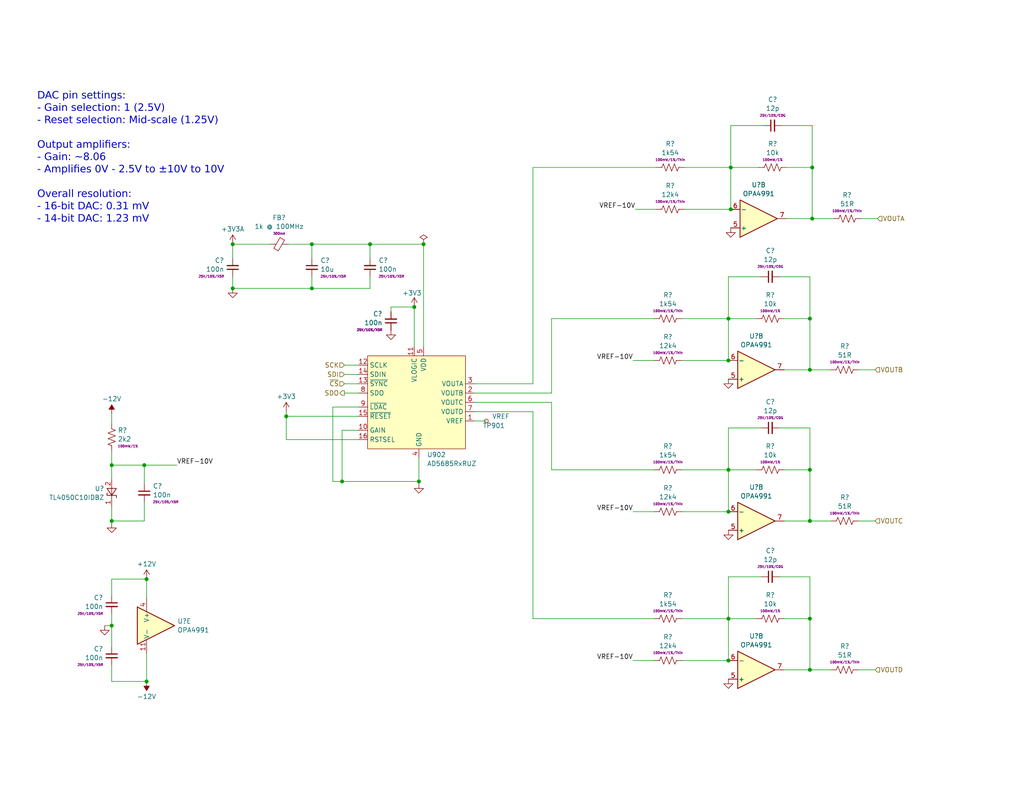
<source format=kicad_sch>
(kicad_sch (version 20230121) (generator eeschema)
  (paper "USLetter")
  (title_block (title "Hubble Motherboard") (date "2021-11-20") (rev "v3") (company "Winterbloom") (comment 1 "Alethea Flowers") (comment 2 "CERN-OHL-P V2") (comment 3 "hubble.wntr.dev"))
  (lib_symbols
    (symbol "Connector:TestPoint_Small" (pin_numbers hide) (pin_names (offset 0.762) hide)
      (property "Reference" "TP" (at 0 3.81 0))
      (property "Value" "TestPoint_Small" (at 0 2.032 0))
      (symbol "TestPoint_Small_0_1"
        (circle (center 0 0) (radius 0.508))
      )
      (symbol "TestPoint_Small_1_1"
        (pin passive line (at 0 0 90) (length 0) (name "1") (number "1"))
      )
    )
    (symbol "Device:C_Small" (pin_numbers hide) (pin_names (offset 0.254) hide)
      (property "Reference" "C" (at 0.254 1.778 0))
      (property "Value" "C_Small" (at 0.254 -2.032 0))
      (symbol "C_Small_0_1"
        (polyline (pts (xy -1.524 -0.508) (xy 1.524 -0.508)) (stroke (width 0.3302)))
        (polyline (pts (xy -1.524 0.508) (xy 1.524 0.508)) (stroke (width 0.3048)))
      )
      (symbol "C_Small_1_1"
        (pin passive line (at 0 2.54 270) (length 2.032) (name "~") (number "1"))
        (pin passive line (at 0 -2.54 90) (length 2.032) (name "~") (number "2"))
      )
    )
    (symbol "Device:FerriteBead_Small" (pin_numbers hide) (pin_names (offset 0))
      (property "Reference" "FB" (at 1.905 1.27 0))
      (property "Value" "FerriteBead_Small" (at 1.905 -1.27 0))
      (symbol "FerriteBead_Small_0_1"
        (polyline (pts (xy 0 -1.27) (xy 0 -0.7874)))
        (polyline (pts (xy 0 0.889) (xy 0 1.2954)))
        (polyline (pts (xy -1.8288 0.2794) (xy -1.1176 1.4986) (xy 1.8288 -0.2032) (xy 1.1176 -1.4224) (xy -1.8288 0.2794)))
      )
      (symbol "FerriteBead_Small_1_1"
        (pin passive line (at 0 2.54 270) (length 1.27) (name "~") (number "1"))
        (pin passive line (at 0 -2.54 90) (length 1.27) (name "~") (number "2"))
      )
    )
    (symbol "Device:R_US" (pin_numbers hide) (pin_names (offset 0))
      (property "Reference" "R" (at 2.54 0 90))
      (property "Value" "R_US" (at -2.54 0 90))
      (symbol "R_US_0_1"
        (polyline (pts (xy 0 -2.286) (xy 0 -2.54)))
        (polyline (pts (xy 0 2.286) (xy 0 2.54)))
        (polyline (pts (xy 0 -0.762) (xy 1.016 -1.143) (xy 0 -1.524) (xy -1.016 -1.905) (xy 0 -2.286)))
        (polyline (pts (xy 0 0.762) (xy 1.016 0.381) (xy 0 0) (xy -1.016 -0.381) (xy 0 -0.762)))
        (polyline (pts (xy 0 2.286) (xy 1.016 1.905) (xy 0 1.524) (xy -1.016 1.143) (xy 0 0.762)))
      )
      (symbol "R_US_1_1"
        (pin passive line (at 0 3.81 270) (length 1.27) (name "~") (number "1"))
        (pin passive line (at 0 -3.81 90) (length 1.27) (name "~") (number "2"))
      )
    )
    (symbol "hubble:+3V3A" (power) (pin_names (offset 0))
      (property "Value" "+3V3A" (at 0 4.1331 0))
      (symbol "+3V3A_0_1"
        (polyline (pts (xy -0.762 1.27) (xy 0 2.54)))
        (polyline (pts (xy 0 0) (xy 0 2.54)))
        (polyline (pts (xy 0 2.54) (xy 0.762 1.27)))
      )
      (symbol "+3V3A_1_1"
        (pin power_in line (at 0 0 90) (length 0) hide (name "+3V3A") (number "1"))
      )
    )
    (symbol "power:+12V" (power) (pin_names (offset 0))
      (property "Value" "+12V" (at 0 3.556 0))
      (symbol "+12V_0_1"
        (polyline (pts (xy -0.762 1.27) (xy 0 2.54)))
        (polyline (pts (xy 0 0) (xy 0 2.54)))
        (polyline (pts (xy 0 2.54) (xy 0.762 1.27)))
      )
      (symbol "+12V_1_1"
        (pin power_in line (at 0 0 90) (length 0) hide (name "+12V") (number "1"))
      )
    )
    (symbol "power:+3V3" (power) (pin_names (offset 0))
      (property "Value" "+3V3" (at 0 3.556 0))
      (symbol "+3V3_0_1"
        (polyline (pts (xy -0.762 1.27) (xy 0 2.54)))
        (polyline (pts (xy 0 0) (xy 0 2.54)))
        (polyline (pts (xy 0 2.54) (xy 0.762 1.27)))
      )
      (symbol "+3V3_1_1"
        (pin power_in line (at 0 0 90) (length 0) hide (name "+3V3") (number "1"))
      )
    )
    (symbol "power:-12V" (power) (pin_names (offset 0))
      (property "Value" "-12V" (at 0 3.81 0))
      (symbol "-12V_0_0"
        (pin power_in line (at 0 0 90) (length 0) hide (name "-12V") (number "1"))
      )
      (symbol "-12V_0_1"
        (polyline (pts (xy 0 0) (xy 0 1.27) (xy 0.762 1.27) (xy 0 2.54) (xy -0.762 1.27) (xy 0 1.27)) (fill (type outline)))
      )
    )
    (symbol "power:GND" (power) (pin_names (offset 0))
      (property "Value" "GND" (at 0 -3.81 0))
      (symbol "GND_0_1"
        (polyline (pts (xy 0 0) (xy 0 -1.27) (xy 1.27 -1.27) (xy 0 -2.54) (xy -1.27 -1.27) (xy 0 -1.27)))
      )
      (symbol "GND_1_1"
        (pin power_in line (at 0 0 270) (length 0) hide (name "GND") (number "1"))
      )
    )
    (symbol "power:PWR_FLAG" (power) (pin_numbers hide) (pin_names (offset 0) hide)
      (property "Value" "PWR_FLAG" (at 0 3.81 0))
      (symbol "PWR_FLAG_0_0"
        (pin power_out line (at 0 0 90) (length 0) (name "pwr") (number "1"))
      )
      (symbol "PWR_FLAG_0_1"
        (polyline (pts (xy 0 0) (xy 0 1.27) (xy -1.016 1.905) (xy 0 2.54) (xy 1.016 1.905) (xy 0 1.27)))
      )
    )
    (symbol "winterbloom:AD5686RxRUZ"
      (property "Reference" "U" (at -13.97 13.97 0))
      (property "Value" "AD5685RxRUZ" (at 2.54 -13.97 0))
      (symbol "AD5686RxRUZ_0_0"
        (rectangle (start -13.97 -12.7) (end 12.7 12.7) (fill (type background)))
      )
      (symbol "AD5686RxRUZ_1_1"
        (pin bidirectional line (at 15.24 -5.08 180) (length 2.54) (name "VREF") (number "1"))
        (pin input line (at -16.51 -7.62 0) (length 2.54) (name "GAIN") (number "10"))
        (pin power_in line (at -1.27 15.24 270) (length 2.54) (name "VLOGIC") (number "11"))
        (pin input line (at -16.51 10.16 0) (length 2.54) (name "SCLK") (number "12"))
        (pin input line (at -16.51 5.08 0) (length 2.54) (name "~{SYNC}") (number "13"))
        (pin input line (at -16.51 7.62 0) (length 2.54) (name "SDIN") (number "14"))
        (pin input line (at -16.51 -3.81 0) (length 2.54) (name "~{RESET}") (number "15"))
        (pin input line (at -16.51 -10.16 0) (length 2.54) (name "RSTSEL") (number "16"))
        (pin output line (at 15.24 2.54 180) (length 2.54) (name "VOUTB") (number "2"))
        (pin output line (at 15.24 5.08 180) (length 2.54) (name "VOUTA") (number "3"))
        (pin power_in line (at 0 -15.24 90) (length 2.54) (name "GND") (number "4"))
        (pin power_in line (at 1.27 15.24 270) (length 2.54) (name "VDD") (number "5"))
        (pin output line (at 15.24 0 180) (length 2.54) (name "VOUTC") (number "6"))
        (pin output line (at 15.24 -2.54 180) (length 2.54) (name "VOUTD") (number "7"))
        (pin output line (at -16.51 2.54 0) (length 2.54) (name "SDO") (number "8"))
        (pin input line (at -16.51 -1.27 0) (length 2.54) (name "~{LDAC}") (number "9"))
      )
    )
    (symbol "winterbloom:LM4040DBZ-10" (pin_names (offset 0.0254) hide)
      (property "Reference" "U1" (at -2.54 1.27 90))
      (property "Value" "LM4040DBZ-10" (at -2.54 -1.27 90))
      (symbol "LM4040DBZ-10_0_0"
        (pin no_connect line (at 0 0 270) (length 2.54) hide (name "NC") (number "3"))
      )
      (symbol "LM4040DBZ-10_0_1"
        (polyline (pts (xy -1.27 0) (xy 0 0) (xy 1.27 0)))
        (polyline (pts (xy -1.27 -1.27) (xy 0.635 0) (xy -1.27 1.27) (xy -1.27 -1.27)) (stroke (width 0.2032)))
        (polyline (pts (xy 0 -1.27) (xy 0.635 -1.27) (xy 0.635 1.27) (xy 1.27 1.27)) (stroke (width 0.2032)))
      )
      (symbol "LM4040DBZ-10_1_1"
        (pin passive line (at 3.81 0 180) (length 2.54) (name "K") (number "1"))
        (pin passive line (at -3.81 0 0) (length 2.54) (name "A") (number "2"))
      )
    )
    (symbol "winterbloom:OPA4991" (pin_names (offset 0.127))
      (property "Reference" "U" (at 0.762 3.048 0))
      (property "Value" "OPA4991" (at 0.508 -3.302 0))
      (symbol "OPA4991_1_1"
        (polyline (pts (xy -5.08 5.08) (xy 5.08 0) (xy -5.08 -5.08) (xy -5.08 5.08)) (stroke (width 0.254)) (fill (type background)))
        (pin output line (at 7.62 0 180) (length 2.54) (name "~") (number "1"))
        (pin input line (at -7.62 -2.54 0) (length 2.54) (name "-") (number "2"))
        (pin input line (at -7.62 2.54 0) (length 2.54) (name "+") (number "3"))
      )
      (symbol "OPA4991_2_1"
        (polyline (pts (xy -5.08 5.08) (xy 5.08 0) (xy -5.08 -5.08) (xy -5.08 5.08)) (stroke (width 0.254)) (fill (type background)))
        (pin input line (at -7.62 2.54 0) (length 2.54) (name "+") (number "5"))
        (pin input line (at -7.62 -2.54 0) (length 2.54) (name "-") (number "6"))
        (pin output line (at 7.62 0 180) (length 2.54) (name "~") (number "7"))
      )
      (symbol "OPA4991_3_1"
        (polyline (pts (xy -5.08 5.08) (xy 5.08 0) (xy -5.08 -5.08) (xy -5.08 5.08)) (stroke (width 0.254)) (fill (type background)))
        (pin input line (at -7.62 2.54 0) (length 2.54) (name "+") (number "10"))
        (pin output line (at 7.62 0 180) (length 2.54) (name "~") (number "8"))
        (pin input line (at -7.62 -2.54 0) (length 2.54) (name "-") (number "9"))
      )
      (symbol "OPA4991_4_1"
        (polyline (pts (xy -5.08 5.08) (xy 5.08 0) (xy -5.08 -5.08) (xy -5.08 5.08)) (stroke (width 0.254)) (fill (type background)))
        (pin input line (at -7.62 2.54 0) (length 2.54) (name "+") (number "12"))
        (pin input line (at -7.62 -2.54 0) (length 2.54) (name "-") (number "13"))
        (pin output line (at 7.62 0 180) (length 2.54) (name "~") (number "14"))
      )
      (symbol "OPA4991_5_1"
        (polyline (pts (xy -5.08 5.08) (xy 5.08 0) (xy -5.08 -5.08) (xy -5.08 5.08)) (stroke (width 0.254)) (fill (type background)))
        (pin power_in line (at -2.54 -7.62 90) (length 3.81) (name "V-") (number "11"))
        (pin power_in line (at -2.54 7.62 270) (length 3.81) (name "V+") (number "4"))
      )
    )
  )
  (junction (at 40.005 158.115))
  (junction (at 63.5 78.74))
  (junction (at 198.755 128.27))
  (junction (at 198.755 139.7))
  (junction (at 199.39 45.72))
  (junction (at 30.48 170.815))
  (junction (at 85.09 66.675))
  (junction (at 220.98 128.27))
  (junction (at 63.5 66.675))
  (junction (at 220.98 168.91))
  (junction (at 39.37 127))
  (junction (at 220.98 142.24))
  (junction (at 198.755 168.91))
  (junction (at 221.615 45.72))
  (junction (at 85.09 78.74))
  (junction (at 220.98 100.965))
  (junction (at 220.98 182.88))
  (junction (at 199.39 57.15))
  (junction (at 115.57 66.675))
  (junction (at 40.005 186.055))
  (junction (at 220.98 86.995))
  (junction (at 198.755 180.34))
  (junction (at 221.615 59.69))
  (junction (at 114.3 131.445))
  (junction (at 100.965 66.675))
  (junction (at 78.105 113.665))
  (junction (at 113.03 83.82))
  (junction (at 30.48 142.24))
  (junction (at 198.755 86.995))
  (junction (at 93.345 131.445))
  (junction (at 198.755 98.425))
  (junction (at 30.48 127))
  (wire (pts (xy 78.105 120.015) (xy 97.79 120.015)))
  (wire (pts (xy 186.055 86.995) (xy 198.755 86.995)))
  (wire (pts (xy 30.48 158.115) (xy 40.005 158.115)))
  (wire (pts (xy 90.805 131.445) (xy 93.345 131.445)))
  (wire (pts (xy 97.79 111.125) (xy 90.805 111.125)))
  (wire (pts (xy 30.48 113.03) (xy 30.48 115.57)))
  (wire (pts (xy 28.575 170.815) (xy 30.48 170.815)))
  (wire (pts (xy 115.57 66.675) (xy 115.57 94.615)))
  (wire (pts (xy 220.98 128.27) (xy 213.995 128.27)))
  (wire (pts (xy 63.5 66.675) (xy 63.5 70.485)))
  (wire (pts (xy 186.055 168.91) (xy 198.755 168.91)))
  (wire (pts (xy 199.39 45.72) (xy 199.39 57.15)))
  (wire (pts (xy 207.645 75.565) (xy 198.755 75.565)))
  (wire (pts (xy 173.355 57.15) (xy 179.07 57.15)))
  (wire (pts (xy 63.5 66.675) (xy 73.66 66.675)))
  (wire (pts (xy 220.98 142.24) (xy 213.995 142.24)))
  (wire (pts (xy 198.755 128.27) (xy 198.755 139.7)))
  (wire (pts (xy 221.615 59.69) (xy 214.63 59.69)))
  (wire (pts (xy 221.615 45.72) (xy 214.63 45.72)))
  (wire (pts (xy 198.755 168.91) (xy 198.755 180.34)))
  (wire (pts (xy 132.715 114.935) (xy 129.54 114.935)))
  (wire (pts (xy 78.74 66.675) (xy 85.09 66.675)))
  (wire (pts (xy 198.755 168.91) (xy 206.375 168.91)))
  (wire (pts (xy 186.055 98.425) (xy 198.755 98.425)))
  (wire (pts (xy 30.48 142.875) (xy 30.48 142.24)))
  (wire (pts (xy 90.805 111.125) (xy 90.805 131.445)))
  (wire (pts (xy 150.495 107.315) (xy 150.495 86.995)))
  (wire (pts (xy 220.98 100.965) (xy 213.995 100.965)))
  (wire (pts (xy 220.98 182.88) (xy 226.695 182.88)))
  (wire (pts (xy 145.415 45.72) (xy 179.07 45.72)))
  (wire (pts (xy 100.965 75.565) (xy 100.965 78.74)))
  (wire (pts (xy 93.98 107.315) (xy 97.79 107.315)))
  (wire (pts (xy 198.755 75.565) (xy 198.755 86.995)))
  (wire (pts (xy 199.39 45.72) (xy 207.01 45.72)))
  (wire (pts (xy 129.54 112.395) (xy 145.415 112.395)))
  (wire (pts (xy 40.005 158.115) (xy 40.005 163.195)))
  (wire (pts (xy 129.54 104.775) (xy 145.415 104.775)))
  (wire (pts (xy 93.345 131.445) (xy 114.3 131.445)))
  (wire (pts (xy 30.48 127) (xy 30.48 130.81)))
  (wire (pts (xy 85.09 75.565) (xy 85.09 78.74)))
  (wire (pts (xy 114.3 132.08) (xy 114.3 131.445)))
  (wire (pts (xy 220.98 100.965) (xy 226.695 100.965)))
  (wire (pts (xy 30.48 176.53) (xy 30.48 170.815)))
  (wire (pts (xy 78.105 113.665) (xy 78.105 120.015)))
  (wire (pts (xy 85.09 66.675) (xy 100.965 66.675)))
  (wire (pts (xy 145.415 168.91) (xy 178.435 168.91)))
  (wire (pts (xy 186.055 139.7) (xy 198.755 139.7)))
  (wire (pts (xy 93.98 102.235) (xy 97.79 102.235)))
  (wire (pts (xy 93.98 99.695) (xy 97.79 99.695)))
  (wire (pts (xy 30.48 123.19) (xy 30.48 127)))
  (wire (pts (xy 186.69 57.15) (xy 199.39 57.15)))
  (wire (pts (xy 150.495 86.995) (xy 178.435 86.995)))
  (wire (pts (xy 220.98 182.88) (xy 213.995 182.88)))
  (wire (pts (xy 129.54 109.855) (xy 150.495 109.855)))
  (wire (pts (xy 220.98 142.24) (xy 226.695 142.24)))
  (wire (pts (xy 30.48 162.56) (xy 30.48 158.115)))
  (wire (pts (xy 186.055 180.34) (xy 198.755 180.34)))
  (wire (pts (xy 212.725 116.84) (xy 220.98 116.84)))
  (wire (pts (xy 145.415 112.395) (xy 145.415 168.91)))
  (wire (pts (xy 114.3 131.445) (xy 114.3 125.095)))
  (wire (pts (xy 78.105 112.395) (xy 78.105 113.665)))
  (wire (pts (xy 234.315 100.965) (xy 238.76 100.965)))
  (wire (pts (xy 30.48 186.055) (xy 40.005 186.055)))
  (wire (pts (xy 234.315 142.24) (xy 238.76 142.24)))
  (wire (pts (xy 100.965 66.675) (xy 115.57 66.675)))
  (wire (pts (xy 93.98 104.775) (xy 97.79 104.775)))
  (wire (pts (xy 198.755 116.84) (xy 198.755 128.27)))
  (wire (pts (xy 213.36 34.29) (xy 221.615 34.29)))
  (wire (pts (xy 198.755 86.995) (xy 198.755 98.425)))
  (wire (pts (xy 63.5 75.565) (xy 63.5 78.74)))
  (wire (pts (xy 198.755 157.48) (xy 198.755 168.91)))
  (wire (pts (xy 186.055 128.27) (xy 198.755 128.27)))
  (wire (pts (xy 198.755 128.27) (xy 206.375 128.27)))
  (wire (pts (xy 220.98 75.565) (xy 220.98 86.995)))
  (wire (pts (xy 207.645 116.84) (xy 198.755 116.84)))
  (wire (pts (xy 208.28 34.29) (xy 199.39 34.29)))
  (wire (pts (xy 198.755 86.995) (xy 206.375 86.995)))
  (wire (pts (xy 40.005 178.435) (xy 40.005 186.055)))
  (wire (pts (xy 93.345 117.475) (xy 93.345 131.445)))
  (wire (pts (xy 30.48 181.61) (xy 30.48 186.055)))
  (wire (pts (xy 145.415 104.775) (xy 145.415 45.72)))
  (wire (pts (xy 39.37 127) (xy 39.37 132.08)))
  (wire (pts (xy 106.68 85.09) (xy 106.68 83.82)))
  (wire (pts (xy 172.72 180.34) (xy 178.435 180.34)))
  (wire (pts (xy 100.965 78.74) (xy 85.09 78.74)))
  (wire (pts (xy 212.725 75.565) (xy 220.98 75.565)))
  (wire (pts (xy 221.615 59.69) (xy 227.33 59.69)))
  (wire (pts (xy 220.98 128.27) (xy 220.98 142.24)))
  (wire (pts (xy 100.965 66.675) (xy 100.965 70.485)))
  (wire (pts (xy 220.98 168.91) (xy 220.98 182.88)))
  (wire (pts (xy 150.495 128.27) (xy 178.435 128.27)))
  (wire (pts (xy 78.105 113.665) (xy 97.79 113.665)))
  (wire (pts (xy 220.98 116.84) (xy 220.98 128.27)))
  (wire (pts (xy 129.54 107.315) (xy 150.495 107.315)))
  (wire (pts (xy 221.615 45.72) (xy 221.615 59.69)))
  (wire (pts (xy 221.615 34.29) (xy 221.615 45.72)))
  (wire (pts (xy 113.03 83.82) (xy 113.03 94.615)))
  (wire (pts (xy 220.98 86.995) (xy 220.98 100.965)))
  (wire (pts (xy 30.48 127) (xy 39.37 127)))
  (wire (pts (xy 186.69 45.72) (xy 199.39 45.72)))
  (wire (pts (xy 63.5 78.74) (xy 85.09 78.74)))
  (wire (pts (xy 97.79 117.475) (xy 93.345 117.475)))
  (wire (pts (xy 207.645 157.48) (xy 198.755 157.48)))
  (wire (pts (xy 220.98 168.91) (xy 213.995 168.91)))
  (wire (pts (xy 150.495 109.855) (xy 150.495 128.27)))
  (wire (pts (xy 172.72 139.7) (xy 178.435 139.7)))
  (wire (pts (xy 172.72 98.425) (xy 178.435 98.425)))
  (wire (pts (xy 30.48 167.64) (xy 30.48 170.815)))
  (wire (pts (xy 220.98 86.995) (xy 213.995 86.995)))
  (wire (pts (xy 220.98 157.48) (xy 220.98 168.91)))
  (wire (pts (xy 234.315 182.88) (xy 238.76 182.88)))
  (wire (pts (xy 39.37 127) (xy 48.26 127)))
  (wire (pts (xy 106.68 83.82) (xy 113.03 83.82)))
  (wire (pts (xy 212.725 157.48) (xy 220.98 157.48)))
  (wire (pts (xy 85.09 66.675) (xy 85.09 70.485)))
  (wire (pts (xy 234.95 59.69) (xy 239.395 59.69)))
  (wire (pts (xy 30.48 138.43) (xy 30.48 142.24)))
  (wire (pts (xy 199.39 34.29) (xy 199.39 45.72)))
  (wire (pts (xy 39.37 142.24) (xy 30.48 142.24)))
  (wire (pts (xy 39.37 137.16) (xy 39.37 142.24)))
  (text "DAC pin settings:\n- Gain selection: 1 (2.5V)\n- Reset selection: Mid-scale (1.25V)\n\nOutput amplifiers:\n- Gain: ~8.06\n- Amplifies 0V - 2.5V to ±10V to 10V\n\nOverall resolution:\n- 16-bit DAC: 0.31 mV\n- 14-bit DAC: 1.23 mV\n" (at 10.16 61.595 0) (effects (font (size 2 2)) (justify left bottom)))
  (label "VREF-10V" (at 172.72 98.425 180))
  (label "VREF-10V" (at 173.355 57.15 180))
  (label "VREF-10V" (at 172.72 139.7 180))
  (label "VREF-10V" (at 48.26 127 0))
  (label "VREF-10V" (at 172.72 180.34 180))
  (hierarchical_label "SDI" (shape input) (at 93.98 102.235 180))
  (hierarchical_label "VOUTA" (shape input) (at 239.395 59.69 0))
  (hierarchical_label "SCK" (shape input) (at 93.98 99.695 180))
  (hierarchical_label "~{CS}" (shape input) (at 93.98 104.775 180))
  (hierarchical_label "VOUTD" (shape input) (at 238.76 182.88 0))
  (hierarchical_label "VOUTB" (shape input) (at 238.76 100.965 0))
  (hierarchical_label "SDO" (shape output) (at 93.98 107.315 180))
  (hierarchical_label "VOUTC" (shape input) (at 238.76 142.24 0))
  (symbol (lib_id "power:+3V3") (at 113.03 83.82 0) (unit 1)
    (property "Reference" "#PWR0904" (effects hide))
    (property "Value" "+3V3" (at 112.395 80.01 0))
    (instances (project "hubble" (path "" (reference "#PWR0904") (unit 1)) (path "" (reference "#PWR01004") (unit 1)) (path "" (reference "#PWR01104") (unit 1)) (path "" (reference "#PWR?") (unit 1))))
  )
  (symbol (lib_id "Device:R_US") (at 182.245 128.27 270) (unit 1)
    (property "Reference" "R?" (at 182.245 121.8261 90))
    (property "Value" "1k54" (at 182.245 124.2503 90))
    (property "Footprint" "winterbloom:R_0603_HandSolder" (effects hide))
    (property "Rating" "100mW/1%/Thin" (at 182.245 126.1677 90) (effects (font (size 0.64 0.64))))
    (instances (project "board" (path "" (reference "R?") (unit 1)) (path "" (reference "R?") (unit 1))) (project "hubble" (path "" (reference "R905") (unit 1)) (path "" (reference "R1005") (unit 1)) (path "" (reference "R1105") (unit 1)) (path "" (reference "R?") (unit 1))))
  )
  (symbol (lib_id "Device:R_US") (at 210.185 86.995 270) (unit 1)
    (property "Reference" "R?" (at 210.185 80.5511 90))
    (property "Value" "10k" (at 210.185 82.9753 90))
    (property "Footprint" "winterbloom:R_0603_HandSolder" (effects hide))
    (property "Rating" "100mW/1%" (at 210.185 84.8927 90) (effects (font (size 0.64 0.64))))
    (instances (project "board" (path "" (reference "R?") (unit 1)) (path "" (reference "R?") (unit 1))) (project "hubble" (path "" (reference "R915") (unit 1)) (path "" (reference "R1015") (unit 1)) (path "" (reference "R1115") (unit 1)) (path "" (reference "R?") (unit 1))))
  )
  (symbol (lib_id "Device:R_US") (at 182.245 180.34 270) (unit 1)
    (property "Reference" "R?" (at 182.245 173.8961 90))
    (property "Value" "12k4" (at 182.245 176.3203 90))
    (property "Footprint" "winterbloom:R_0603_HandSolder" (effects hide))
    (property "Rating" "100mW/1%/Thin" (at 182.245 178.2377 90) (effects (font (size 0.64 0.64))))
    (instances (project "board" (path "" (reference "R?") (unit 1)) (path "" (reference "R?") (unit 1))) (project "hubble" (path "" (reference "R903") (unit 1)) (path "" (reference "R1003") (unit 1)) (path "" (reference "R1103") (unit 1)) (path "" (reference "R?") (unit 1))))
  )
  (symbol (lib_id "Device:R_US") (at 231.14 59.69 270) (unit 1)
    (property "Reference" "R?" (at 231.14 53.2461 90))
    (property "Value" "51R" (at 231.14 55.6703 90))
    (property "Footprint" "winterbloom:R_0603_HandSolder" (effects hide))
    (property "Rating" "100mW/1%/Thin" (at 231.14 57.5877 90) (effects (font (size 0.64 0.64))))
    (instances (project "board" (path "" (reference "R?") (unit 1)) (path "" (reference "R?") (unit 1))) (project "hubble" (path "" (reference "R913") (unit 1)) (path "" (reference "R1013") (unit 1)) (path "" (reference "R1113") (unit 1)) (path "" (reference "R?") (unit 1))))
  )
  (symbol (lib_id "Device:C_Small") (at 100.965 73.025 0) (mirror x) (unit 1)
    (property "Reference" "C?" (at 103.2891 71.1012 0) (effects (justify left)))
    (property "Value" "100n" (at 103.2891 73.5254 0) (effects (justify left)))
    (property "Footprint" "winterbloom:C_0603_HandSolder" (effects hide))
    (property "Notes" "Bypass" (effects hide))
    (property "Rating" "25V/10%/X5R" (at 103.2891 75.4428 0) (effects (font (size 0.64 0.64)) (justify left)))
    (instances (project "board" (path "" (reference "C?") (unit 1))) (project "mainboard" (path "" (reference "C?") (unit 1))) (project "VCA" (path "" (reference "C?") (unit 1)) (path "" (reference "C?") (unit 1))) (project "hubble" (path "" (reference "C904") (unit 1)) (path "" (reference "C1004") (unit 1)) (path "" (reference "C1104") (unit 1)) (path "" (reference "C?") (unit 1))))
  )
  (symbol (lib_id "Device:R_US") (at 30.48 119.38 0) (unit 1)
    (property "Reference" "R?" (at 32.131 117.4626 0) (effects (justify left)))
    (property "Value" "2k2" (at 32.131 119.8868 0) (effects (justify left)))
    (property "Footprint" "winterbloom:R_0603_HandSolder" (effects hide))
    (property "Rating" "100mW/1%" (at 32.131 121.8042 0) (effects (font (size 0.64 0.64)) (justify left)))
    (instances (project "mainboard" (path "" (reference "R?") (unit 1))) (project "hubble" (path "" (reference "R909") (unit 1)) (path "" (reference "R1009") (unit 1)) (path "" (reference "R1109") (unit 1)) (path "" (reference "R?") (unit 1))))
  )
  (symbol (lib_id "Device:R_US") (at 182.245 86.995 270) (unit 1)
    (property "Reference" "R?" (at 182.245 80.5511 90))
    (property "Value" "1k54" (at 182.245 82.9753 90))
    (property "Footprint" "winterbloom:R_0603_HandSolder" (effects hide))
    (property "Rating" "100mW/1%/Thin" (at 182.245 84.8927 90) (effects (font (size 0.64 0.64))))
    (instances (project "board" (path "" (reference "R?") (unit 1)) (path "" (reference "R?") (unit 1))) (project "hubble" (path "" (reference "R914") (unit 1)) (path "" (reference "R1014") (unit 1)) (path "" (reference "R1114") (unit 1)) (path "" (reference "R?") (unit 1))))
  )
  (symbol (lib_id "Device:R_US") (at 182.88 45.72 270) (unit 1)
    (property "Reference" "R?" (at 182.88 39.2761 90))
    (property "Value" "1k54" (at 182.88 41.7003 90))
    (property "Footprint" "winterbloom:R_0603_HandSolder" (effects hide))
    (property "Rating" "100mW/1%/Thin" (at 182.88 43.6177 90) (effects (font (size 0.64 0.64))))
    (instances (project "board" (path "" (reference "R?") (unit 1)) (path "" (reference "R?") (unit 1))) (project "hubble" (path "" (reference "R910") (unit 1)) (path "" (reference "R1010") (unit 1)) (path "" (reference "R1110") (unit 1)) (path "" (reference "R?") (unit 1))))
  )
  (symbol (lib_id "Device:R_US") (at 182.245 139.7 270) (unit 1)
    (property "Reference" "R?" (at 182.245 133.2561 90))
    (property "Value" "12k4" (at 182.245 135.6803 90))
    (property "Footprint" "winterbloom:R_0603_HandSolder" (effects hide))
    (property "Rating" "100mW/1%/Thin" (at 182.245 137.5977 90) (effects (font (size 0.64 0.64))))
    (instances (project "board" (path "" (reference "R?") (unit 1)) (path "" (reference "R?") (unit 1))) (project "hubble" (path "" (reference "R907") (unit 1)) (path "" (reference "R1007") (unit 1)) (path "" (reference "R1107") (unit 1)) (path "" (reference "R?") (unit 1))))
  )
  (symbol (lib_id "Device:R_US") (at 230.505 100.965 270) (unit 1)
    (property "Reference" "R?" (at 230.505 94.5211 90))
    (property "Value" "51R" (at 230.505 96.9453 90))
    (property "Footprint" "winterbloom:R_0603_HandSolder" (effects hide))
    (property "Rating" "100mW/1%/Thin" (at 230.505 98.8627 90) (effects (font (size 0.64 0.64))))
    (instances (project "board" (path "" (reference "R?") (unit 1)) (path "" (reference "R?") (unit 1))) (project "hubble" (path "" (reference "R917") (unit 1)) (path "" (reference "R1017") (unit 1)) (path "" (reference "R1117") (unit 1)) (path "" (reference "R?") (unit 1))))
  )
  (symbol (lib_id "Device:R_US") (at 182.88 57.15 270) (unit 1)
    (property "Reference" "R?" (at 182.88 50.7061 90))
    (property "Value" "12k4" (at 182.88 53.1303 90))
    (property "Footprint" "winterbloom:R_0603_HandSolder" (effects hide))
    (property "Rating" "100mW/1%/Thin" (at 182.88 55.0477 90) (effects (font (size 0.64 0.64))))
    (instances (project "board" (path "" (reference "R?") (unit 1)) (path "" (reference "R?") (unit 1))) (project "hubble" (path "" (reference "R912") (unit 1)) (path "" (reference "R1012") (unit 1)) (path "" (reference "R1112") (unit 1)) (path "" (reference "R?") (unit 1))))
  )
  (symbol (lib_id "power:PWR_FLAG") (at 115.57 66.675 0) (unit 1)
    (property "Reference" "#FLG0901" (effects hide))
    (property "Value" "PWR_FLAG" (effects hide))
    (instances (project "hubble" (path "" (reference "#FLG0901") (unit 1)) (path "" (reference "#FLG01001") (unit 1)) (path "" (reference "#FLG01101") (unit 1))))
  )
  (symbol (lib_id "winterbloom:AD5686RxRUZ") (at 114.3 109.855 0) (unit 1)
    (property "Reference" "U902" (at 116.4941 124.1481 0) (effects (justify left)))
    (property "Value" "AD5685RxRUZ" (at 116.4941 126.5723 0) (effects (justify left)))
    (property "Footprint" "Package_SO:TSSOP-16_4.4x5mm_P0.65mm" (effects hide))
    (property "Datasheet" "https://www.analog.com/media/en/technical-documentation/data-sheets/ad5686r_5685r_5684r.pdf" (effects hide))
    (property "MPN" "AD5686ARUZ, AD5686BRUZ" (effects hide))
    (instances (project "hubble" (path "" (reference "U902") (unit 1)) (path "" (reference "U1002") (unit 1)) (path "" (reference "U1102") (unit 1)) (path "" (reference "U?") (unit 1))))
  )
  (symbol (lib_id "Device:R_US") (at 210.185 168.91 270) (unit 1)
    (property "Reference" "R?" (at 210.185 162.4661 90))
    (property "Value" "10k" (at 210.185 164.8903 90))
    (property "Footprint" "winterbloom:R_0603_HandSolder" (effects hide))
    (property "Rating" "100mW/1%" (at 210.185 166.8077 90) (effects (font (size 0.64 0.64))))
    (instances (project "board" (path "" (reference "R?") (unit 1)) (path "" (reference "R?") (unit 1))) (project "hubble" (path "" (reference "R902") (unit 1)) (path "" (reference "R1002") (unit 1)) (path "" (reference "R1102") (unit 1)) (path "" (reference "R?") (unit 1))))
  )
  (symbol (lib_id "power:GND") (at 198.755 185.42 0) (unit 1)
    (property "Reference" "#PWR0901" (effects hide))
    (property "Value" "GND" (effects hide))
    (instances (project "hubble" (path "" (reference "#PWR0901") (unit 1)) (path "" (reference "#PWR01001") (unit 1)) (path "" (reference "#PWR01101") (unit 1)) (path "" (reference "#PWR?") (unit 1))))
  )
  (symbol (lib_id "power:GND") (at 28.575 170.815 0) (unit 1)
    (property "Reference" "#PWR?" (effects hide))
    (property "Value" "GND" (effects hide))
    (instances (project "board" (path "" (reference "#PWR?") (unit 1)) (path "" (reference "#PWR?") (unit 1))) (project "hubble" (path "" (reference "#PWR0912") (unit 1)) (path "" (reference "#PWR01012") (unit 1)) (path "" (reference "#PWR01112") (unit 1)) (path "" (reference "#PWR?") (unit 1))))
  )
  (symbol (lib_id "Device:C_Small") (at 210.82 34.29 90) (unit 1)
    (property "Reference" "C?" (at 210.8263 27.173 90))
    (property "Value" "12p" (at 210.8263 29.5972 90))
    (property "Footprint" "winterbloom:C_0603_HandSolder" (effects hide))
    (property "Notes" "Audio path" (effects hide))
    (property "Rating" "25V/10%/C0G" (at 210.8263 31.5146 90) (effects (font (size 0.64 0.64))))
    (property "MPN" "CC0603JPNPO9BN120" (effects hide))
    (instances (project "board" (path "" (reference "C?") (unit 1)) (path "" (reference "C?") (unit 1))) (project "hubble" (path "" (reference "C906") (unit 1)) (path "" (reference "C1006") (unit 1)) (path "" (reference "C1106") (unit 1)) (path "" (reference "C?") (unit 1))))
  )
  (symbol (lib_id "Device:C_Small") (at 30.48 179.07 0) (unit 1)
    (property "Reference" "C?" (at 28.1559 177.1589 0) (effects (justify right)))
    (property "Value" "100n" (at 28.1559 179.5831 0) (effects (justify right)))
    (property "Footprint" "winterbloom:C_0603_HandSolder" (effects hide))
    (property "Notes" "Bypass" (effects hide))
    (property "Rating" "25V/10%/X5R" (at 28.1559 181.5005 0) (effects (font (size 0.64 0.64)) (justify right)))
    (instances (project "board" (path "" (reference "C?") (unit 1)) (path "" (reference "C?") (unit 1))) (project "hubble" (path "" (reference "C910") (unit 1)) (path "" (reference "C1010") (unit 1)) (path "" (reference "C1110") (unit 1)) (path "" (reference "C?") (unit 1))))
  )
  (symbol (lib_id "Device:C_Small") (at 30.48 165.1 0) (unit 1)
    (property "Reference" "C?" (at 28.1559 163.1889 0) (effects (justify right)))
    (property "Value" "100n" (at 28.1559 165.6131 0) (effects (justify right)))
    (property "Footprint" "winterbloom:C_0603_HandSolder" (effects hide))
    (property "Notes" "Bypass" (effects hide))
    (property "Rating" "25V/10%/X5R" (at 28.1559 167.5305 0) (effects (font (size 0.64 0.64)) (justify right)))
    (instances (project "board" (path "" (reference "C?") (unit 1)) (path "" (reference "C?") (unit 1))) (project "hubble" (path "" (reference "C909") (unit 1)) (path "" (reference "C1009") (unit 1)) (path "" (reference "C1109") (unit 1)) (path "" (reference "C?") (unit 1))))
  )
  (symbol (lib_id "Device:R_US") (at 182.245 168.91 270) (unit 1)
    (property "Reference" "R?" (at 182.245 162.4661 90))
    (property "Value" "1k54" (at 182.245 164.8903 90))
    (property "Footprint" "winterbloom:R_0603_HandSolder" (effects hide))
    (property "Rating" "100mW/1%/Thin" (at 182.245 166.8077 90) (effects (font (size 0.64 0.64))))
    (instances (project "board" (path "" (reference "R?") (unit 1)) (path "" (reference "R?") (unit 1))) (project "hubble" (path "" (reference "R901") (unit 1)) (path "" (reference "R1001") (unit 1)) (path "" (reference "R1101") (unit 1)) (path "" (reference "R?") (unit 1))))
  )
  (symbol (lib_id "Device:R_US") (at 230.505 182.88 270) (unit 1)
    (property "Reference" "R?" (at 230.505 176.4361 90))
    (property "Value" "51R" (at 230.505 178.8603 90))
    (property "Footprint" "winterbloom:R_0603_HandSolder" (effects hide))
    (property "Rating" "100mW/1%/Thin" (at 230.505 180.7777 90) (effects (font (size 0.64 0.64))))
    (instances (project "board" (path "" (reference "R?") (unit 1)) (path "" (reference "R?") (unit 1))) (project "hubble" (path "" (reference "R904") (unit 1)) (path "" (reference "R1004") (unit 1)) (path "" (reference "R1104") (unit 1)) (path "" (reference "R?") (unit 1))))
  )
  (symbol (lib_id "Connector:TestPoint_Small") (at 132.715 114.935 0) (unit 1)
    (property "Reference" "TP901" (at 137.795 116.205 0) (effects (justify right)))
    (property "Value" "VREF" (at 139.065 113.665 0) (effects (justify right)))
    (property "Footprint" "TestPoint:TestPoint_Pad_D1.0mm" (effects hide))
    (instances (project "hubble" (path "" (reference "TP901") (unit 1)) (path "" (reference "TP1001") (unit 1)) (path "" (reference "TP1101") (unit 1)) (path "" (reference "TP?") (unit 1))))
  )
  (symbol (lib_id "winterbloom:OPA4991") (at 206.375 142.24 0) (mirror x) (unit 2)
    (property "Reference" "U?" (at 206.375 133.0157 0))
    (property "Value" "OPA4991" (at 206.375 135.4399 0))
    (property "Footprint" "Package_SO:TSSOP-14_4.4x5mm_P0.65mm" (effects hide))
    (property "Datasheet" "https://www.ti.com/lit/ds/symlink/opa4991.pdf" (effects hide))
    (property "MPN" "OPA4991IPWR" (effects hide))
    (property "Notes" "Sub with OPA4171, OPA1679, OPA4197" (effects hide))
    (instances (project "board" (path "" (reference "U?") (unit 2)) (path "" (reference "U?") (unit 2))) (project "hubble" (path "" (reference "U901") (unit 2)) (path "" (reference "U1001") (unit 2)) (path "" (reference "U1101") (unit 2)) (path "" (reference "U?") (unit 2))))
  )
  (symbol (lib_id "winterbloom:LM4040DBZ-10") (at 30.48 134.62 270) (unit 1)
    (property "Reference" "U?" (at 28.4734 133.4079 90) (effects (justify right)))
    (property "Value" "TL4050C10IDBZ" (at 28.4734 135.8321 90) (effects (justify right)))
    (property "Footprint" "Package_TO_SOT_SMD:SOT-23" (effects hide))
    (property "Datasheet" "https://www.ti.com/lit/ds/symlink/tl4050c.pdf?HQS=dis-dk-null-digikeymode-dsf-pf-null-wwe" (effects hide))
    (property "MPN" "TL4050C10IDBZ" (effects hide))
    (instances (project "mainboard" (path "" (reference "U?") (unit 1))) (project "hubble" (path "" (reference "U903") (unit 1)) (path "" (reference "U1003") (unit 1)) (path "" (reference "U1103") (unit 1)) (path "" (reference "U?") (unit 1))))
  )
  (symbol (lib_id "winterbloom:OPA4991") (at 206.375 100.965 0) (mirror x) (unit 2)
    (property "Reference" "U?" (at 206.375 91.7407 0))
    (property "Value" "OPA4991" (at 206.375 94.1649 0))
    (property "Footprint" "Package_SO:TSSOP-14_4.4x5mm_P0.65mm" (effects hide))
    (property "Datasheet" "https://www.ti.com/lit/ds/symlink/opa4991.pdf" (effects hide))
    (property "MPN" "OPA4991IPWR" (effects hide))
    (property "Notes" "Sub with OPA4171, OPA1679, OPA4197" (effects hide))
    (instances (project "board" (path "" (reference "U?") (unit 2)) (path "" (reference "U?") (unit 2))) (project "hubble" (path "" (reference "U901") (unit 4)) (path "" (reference "U1001") (unit 4)) (path "" (reference "U1101") (unit 4)) (path "" (reference "U?") (unit 4))))
  )
  (symbol (lib_id "power:GND") (at 114.3 132.08 0) (unit 1)
    (property "Reference" "#PWR0908" (effects hide))
    (property "Value" "GND" (effects hide))
    (instances (project "hubble" (path "" (reference "#PWR0908") (unit 1)) (path "" (reference "#PWR01008") (unit 1)) (path "" (reference "#PWR01108") (unit 1)) (path "" (reference "#PWR?") (unit 1))))
  )
  (symbol (lib_id "hubble:+3V3A") (at 63.5 66.675 0) (unit 1)
    (property "Reference" "#PWR?" (effects hide))
    (property "Value" "+3V3A" (at 63.5 62.5419 0))
    (instances (project "starfish" (path "" (reference "#PWR?") (unit 1))) (project "hubble" (path "" (reference "#PWR0214") (unit 1)) (path "" (reference "#PWR0902") (unit 1)) (path "" (reference "#PWR01002") (unit 1)) (path "" (reference "#PWR01102") (unit 1))))
  )
  (symbol (lib_id "Device:C_Small") (at 210.185 116.84 90) (unit 1)
    (property "Reference" "C?" (at 210.1913 109.723 90))
    (property "Value" "12p" (at 210.1913 112.1472 90))
    (property "Footprint" "winterbloom:C_0603_HandSolder" (effects hide))
    (property "Notes" "Audio path" (effects hide))
    (property "Rating" "25V/10%/C0G" (at 210.1913 114.0646 90) (effects (font (size 0.64 0.64))))
    (property "MPN" "CC0603JPNPO9BN120" (effects hide))
    (instances (project "board" (path "" (reference "C?") (unit 1)) (path "" (reference "C?") (unit 1))) (project "hubble" (path "" (reference "C905") (unit 1)) (path "" (reference "C1005") (unit 1)) (path "" (reference "C1105") (unit 1)) (path "" (reference "C?") (unit 1))))
  )
  (symbol (lib_id "Device:C_Small") (at 39.37 134.62 0) (unit 1)
    (property "Reference" "C?" (at 41.6941 132.7089 0) (effects (justify left)))
    (property "Value" "100n" (at 41.6941 135.1331 0) (effects (justify left)))
    (property "Footprint" "winterbloom:C_0603_HandSolder" (effects hide))
    (property "Notes" "Bypass" (effects hide))
    (property "Rating" "25V/10%/X5R" (at 41.6941 137.0505 0) (effects (font (size 0.64 0.64)) (justify left)))
    (instances (project "mainboard" (path "" (reference "C?") (unit 1))) (project "hubble" (path "" (reference "C907") (unit 1)) (path "" (reference "C1007") (unit 1)) (path "" (reference "C1107") (unit 1)) (path "" (reference "C?") (unit 1))))
  )
  (symbol (lib_id "Device:R_US") (at 182.245 98.425 270) (unit 1)
    (property "Reference" "R?" (at 182.245 91.9811 90))
    (property "Value" "12k4" (at 182.245 94.4053 90))
    (property "Footprint" "winterbloom:R_0603_HandSolder" (effects hide))
    (property "Rating" "100mW/1%/Thin" (at 182.245 96.3227 90) (effects (font (size 0.64 0.64))))
    (instances (project "board" (path "" (reference "R?") (unit 1)) (path "" (reference "R?") (unit 1))) (project "hubble" (path "" (reference "R916") (unit 1)) (path "" (reference "R1016") (unit 1)) (path "" (reference "R1116") (unit 1)) (path "" (reference "R?") (unit 1))))
  )
  (symbol (lib_id "winterbloom:OPA4991") (at 207.01 59.69 0) (mirror x) (unit 2)
    (property "Reference" "U?" (at 207.01 50.4657 0))
    (property "Value" "OPA4991" (at 207.01 52.8899 0))
    (property "Footprint" "Package_SO:TSSOP-14_4.4x5mm_P0.65mm" (effects hide))
    (property "Datasheet" "https://www.ti.com/lit/ds/symlink/opa4991.pdf" (effects hide))
    (property "MPN" "OPA4991IPWR" (effects hide))
    (property "Notes" "Sub with OPA4171, OPA1679, OPA4197" (effects hide))
    (instances (project "board" (path "" (reference "U?") (unit 2)) (path "" (reference "U?") (unit 2))) (project "hubble" (path "" (reference "U901") (unit 3)) (path "" (reference "U1001") (unit 3)) (path "" (reference "U1101") (unit 3)) (path "" (reference "U?") (unit 3))))
  )
  (symbol (lib_id "winterbloom:OPA4991") (at 42.545 170.815 0) (unit 5)
    (property "Reference" "U?" (at 48.387 169.6029 0) (effects (justify left)))
    (property "Value" "OPA4991" (at 48.387 172.0271 0) (effects (justify left)))
    (property "Footprint" "Package_SO:TSSOP-14_4.4x5mm_P0.65mm" (effects hide))
    (property "Datasheet" "https://www.ti.com/lit/ds/symlink/opa4991.pdf" (effects hide))
    (property "MPN" "OPA4991IPWR" (effects hide))
    (property "Notes" "Sub with OPA4171, OPA1679, OPA4197" (effects hide))
    (instances (project "board" (path "" (reference "U?") (unit 5)) (path "" (reference "U?") (unit 5))) (project "hubble" (path "" (reference "U901") (unit 5)) (path "" (reference "U1001") (unit 5)) (path "" (reference "U1101") (unit 5)) (path "" (reference "U?") (unit 5))))
  )
  (symbol (lib_id "Device:C_Small") (at 85.09 73.025 0) (unit 1)
    (property "Reference" "C?" (at 87.4141 71.1139 0) (effects (justify left)))
    (property "Value" "10u" (at 87.4141 73.5381 0) (effects (justify left)))
    (property "Footprint" "winterbloom:C_0805_HandSolder" (effects hide))
    (property "Notes" "Bulk/bypass" (effects hide))
    (property "Rating" "25V/10%/X5R" (at 87.4141 75.4555 0) (effects (font (size 0.64 0.64)) (justify left)))
    (property "MPN" "GRM21BR61E106KA73K" (effects hide))
    (instances (project "board" (path "" (reference "C?") (unit 1))) (project "mainboard" (path "" (reference "C?") (unit 1))) (project "hubble" (path "" (reference "C903") (unit 1)) (path "" (reference "C1003") (unit 1)) (path "" (reference "C1103") (unit 1)) (path "" (reference "C?") (unit 1))))
  )
  (symbol (lib_id "Device:R_US") (at 210.185 128.27 270) (unit 1)
    (property "Reference" "R?" (at 210.185 121.8261 90))
    (property "Value" "10k" (at 210.185 124.2503 90))
    (property "Footprint" "winterbloom:R_0603_HandSolder" (effects hide))
    (property "Rating" "100mW/1%" (at 210.185 126.1677 90) (effects (font (size 0.64 0.64))))
    (instances (project "board" (path "" (reference "R?") (unit 1)) (path "" (reference "R?") (unit 1))) (project "hubble" (path "" (reference "R906") (unit 1)) (path "" (reference "R1006") (unit 1)) (path "" (reference "R1106") (unit 1)) (path "" (reference "R?") (unit 1))))
  )
  (symbol (lib_id "power:+3V3") (at 78.105 112.395 0) (unit 1)
    (property "Reference" "#PWR0906" (effects hide))
    (property "Value" "+3V3" (at 78.105 108.2619 0))
    (instances (project "hubble" (path "" (reference "#PWR0906") (unit 1)) (path "" (reference "#PWR01006") (unit 1)) (path "" (reference "#PWR01106") (unit 1)) (path "" (reference "#PWR?") (unit 1))))
  )
  (symbol (lib_id "power:GND") (at 198.755 144.78 0) (unit 1)
    (property "Reference" "#PWR0905" (effects hide))
    (property "Value" "GND" (effects hide))
    (instances (project "hubble" (path "" (reference "#PWR0905") (unit 1)) (path "" (reference "#PWR01005") (unit 1)) (path "" (reference "#PWR01105") (unit 1)) (path "" (reference "#PWR?") (unit 1))))
  )
  (symbol (lib_id "power:+12V") (at 40.005 158.115 0) (unit 1)
    (property "Reference" "#PWR0911" (effects hide))
    (property "Value" "+12V" (at 40.005 153.9819 0))
    (instances (project "hubble" (path "" (reference "#PWR0911") (unit 1)) (path "" (reference "#PWR01011") (unit 1)) (path "" (reference "#PWR01111") (unit 1))))
  )
  (symbol (lib_id "Device:C_Small") (at 210.185 157.48 90) (unit 1)
    (property "Reference" "C?" (at 210.1913 150.363 90))
    (property "Value" "12p" (at 210.1913 152.7872 90))
    (property "Footprint" "winterbloom:C_0603_HandSolder" (effects hide))
    (property "Notes" "Audio path" (effects hide))
    (property "Rating" "25V/10%/C0G" (at 210.1913 154.7046 90) (effects (font (size 0.64 0.64))))
    (property "MPN" "CC0603JPNPO9BN120" (effects hide))
    (instances (project "board" (path "" (reference "C?") (unit 1)) (path "" (reference "C?") (unit 1))) (project "hubble" (path "" (reference "C901") (unit 1)) (path "" (reference "C1001") (unit 1)) (path "" (reference "C1101") (unit 1)) (path "" (reference "C?") (unit 1))))
  )
  (symbol (lib_id "Device:C_Small") (at 106.68 87.63 0) (mirror x) (unit 1)
    (property "Reference" "C?" (at 104.3559 85.7062 0) (effects (justify right)))
    (property "Value" "100n" (at 104.3559 88.1304 0) (effects (justify right)))
    (property "Footprint" "winterbloom:C_0603_HandSolder" (effects hide))
    (property "Notes" "Bypass" (effects hide))
    (property "Rating" "25V/10%/X5R" (at 104.3559 90.0478 0) (effects (font (size 0.64 0.64)) (justify right)))
    (instances (project "board" (path "" (reference "C?") (unit 1))) (project "mainboard" (path "" (reference "C?") (unit 1))) (project "VCA" (path "" (reference "C?") (unit 1)) (path "" (reference "C?") (unit 1))) (project "hubble" (path "" (reference "C911") (unit 1)) (path "" (reference "C1011") (unit 1)) (path "" (reference "C1111") (unit 1)) (path "" (reference "C?") (unit 1))))
  )
  (symbol (lib_id "Device:R_US") (at 210.82 45.72 270) (unit 1)
    (property "Reference" "R?" (at 210.82 39.2761 90))
    (property "Value" "10k" (at 210.82 41.7003 90))
    (property "Footprint" "winterbloom:R_0603_HandSolder" (effects hide))
    (property "Rating" "100mW/1%" (at 210.82 43.6177 90) (effects (font (size 0.64 0.64))))
    (instances (project "board" (path "" (reference "R?") (unit 1)) (path "" (reference "R?") (unit 1))) (project "hubble" (path "" (reference "R911") (unit 1)) (path "" (reference "R1011") (unit 1)) (path "" (reference "R1111") (unit 1)) (path "" (reference "R?") (unit 1))))
  )
  (symbol (lib_id "Device:C_Small") (at 210.185 75.565 90) (unit 1)
    (property "Reference" "C?" (at 210.1913 68.448 90))
    (property "Value" "12p" (at 210.1913 70.8722 90))
    (property "Footprint" "winterbloom:C_0603_HandSolder" (effects hide))
    (property "Notes" "Audio path" (effects hide))
    (property "Rating" "25V/10%/C0G" (at 210.1913 72.7896 90) (effects (font (size 0.64 0.64))))
    (property "MPN" "CC0603JPNPO9BN120" (effects hide))
    (instances (project "board" (path "" (reference "C?") (unit 1)) (path "" (reference "C?") (unit 1))) (project "hubble" (path "" (reference "C908") (unit 1)) (path "" (reference "C1008") (unit 1)) (path "" (reference "C1108") (unit 1)) (path "" (reference "C?") (unit 1))))
  )
  (symbol (lib_id "power:GND") (at 199.39 62.23 0) (unit 1)
    (property "Reference" "#PWR0910" (effects hide))
    (property "Value" "GND" (effects hide))
    (instances (project "hubble" (path "" (reference "#PWR0910") (unit 1)) (path "" (reference "#PWR01010") (unit 1)) (path "" (reference "#PWR01110") (unit 1)) (path "" (reference "#PWR?") (unit 1))))
  )
  (symbol (lib_id "Device:C_Small") (at 63.5 73.025 0) (mirror x) (unit 1)
    (property "Reference" "C?" (at 61.1759 71.1012 0) (effects (justify right)))
    (property "Value" "100n" (at 61.1759 73.5254 0) (effects (justify right)))
    (property "Footprint" "winterbloom:C_0603_HandSolder" (effects hide))
    (property "Notes" "Bypass" (effects hide))
    (property "Rating" "25V/10%/X5R" (at 61.1759 75.4428 0) (effects (font (size 0.64 0.64)) (justify right)))
    (instances (project "board" (path "" (reference "C?") (unit 1))) (project "mainboard" (path "" (reference "C?") (unit 1))) (project "VCA" (path "" (reference "C?") (unit 1)) (path "" (reference "C?") (unit 1))) (project "hubble" (path "" (reference "C902") (unit 1)) (path "" (reference "C1002") (unit 1)) (path "" (reference "C1102") (unit 1)) (path "" (reference "C?") (unit 1))))
  )
  (symbol (lib_id "winterbloom:OPA4991") (at 206.375 182.88 0) (mirror x) (unit 2)
    (property "Reference" "U?" (at 206.375 173.6557 0))
    (property "Value" "OPA4991" (at 206.375 176.0799 0))
    (property "Footprint" "Package_SO:TSSOP-14_4.4x5mm_P0.65mm" (effects hide))
    (property "Datasheet" "https://www.ti.com/lit/ds/symlink/opa4991.pdf" (effects hide))
    (property "MPN" "OPA4991IPWR" (effects hide))
    (property "Notes" "Sub with OPA4171, OPA1679, OPA4197" (effects hide))
    (instances (project "board" (path "" (reference "U?") (unit 2)) (path "" (reference "U?") (unit 2))) (project "hubble" (path "" (reference "U901") (unit 1)) (path "" (reference "U1001") (unit 1)) (path "" (reference "U1101") (unit 1)) (path "" (reference "U?") (unit 1))))
  )
  (symbol (lib_id "power:-12V") (at 30.48 113.03 0) (unit 1)
    (property "Reference" "#PWR?" (effects hide))
    (property "Value" "-12V" (at 30.48 108.8969 0))
    (instances (project "mainboard" (path "" (reference "#PWR?") (unit 1))) (project "hubble" (path "" (reference "#PWR0907") (unit 1)) (path "" (reference "#PWR01007") (unit 1)) (path "" (reference "#PWR01107") (unit 1)) (path "" (reference "#PWR?") (unit 1))))
  )
  (symbol (lib_id "Device:FerriteBead_Small") (at 76.2 66.675 90) (unit 1)
    (property "Reference" "FB?" (at 76.1619 59.4183 90))
    (property "Value" "1k @ 100MHz" (at 76.1619 61.8425 90))
    (property "Footprint" "winterbloom:L_0603_HandSolder" (effects hide))
    (property "Notes" "Power filter" (effects hide))
    (property "Rating" "300mA" (at 76.1619 63.7599 90) (effects (font (size 0.64 0.64))))
    (property "MPN" "BLM18BD121SN1D" (effects hide))
    (instances (project "board" (path "" (reference "FB?") (unit 1))) (project "mainboard" (path "" (reference "FB?") (unit 1))) (project "hubble" (path "" (reference "FB901") (unit 1)) (path "" (reference "FB1001") (unit 1)) (path "" (reference "FB1101") (unit 1)) (path "" (reference "FB?") (unit 1))))
  )
  (symbol (lib_id "power:GND") (at 106.68 90.17 0) (unit 1)
    (property "Reference" "#PWR0915" (effects hide))
    (property "Value" "GND" (effects hide))
    (instances (project "hubble" (path "" (reference "#PWR0915") (unit 1)) (path "" (reference "#PWR01015") (unit 1)) (path "" (reference "#PWR01115") (unit 1)) (path "" (reference "#PWR?") (unit 1))))
  )
  (symbol (lib_id "Device:R_US") (at 230.505 142.24 270) (unit 1)
    (property "Reference" "R?" (at 230.505 135.7961 90))
    (property "Value" "51R" (at 230.505 138.2203 90))
    (property "Footprint" "winterbloom:R_0603_HandSolder" (effects hide))
    (property "Rating" "100mW/1%/Thin" (at 230.505 140.1377 90) (effects (font (size 0.64 0.64))))
    (instances (project "board" (path "" (reference "R?") (unit 1)) (path "" (reference "R?") (unit 1))) (project "hubble" (path "" (reference "R908") (unit 1)) (path "" (reference "R1008") (unit 1)) (path "" (reference "R1108") (unit 1)) (path "" (reference "R?") (unit 1))))
  )
  (symbol (lib_id "power:GND") (at 30.48 142.875 0) (unit 1)
    (property "Reference" "#PWR?" (effects hide))
    (property "Value" "GND" (effects hide))
    (instances (project "mainboard" (path "" (reference "#PWR?") (unit 1))) (project "hubble" (path "" (reference "#PWR0909") (unit 1)) (path "" (reference "#PWR01009") (unit 1)) (path "" (reference "#PWR01109") (unit 1)) (path "" (reference "#PWR?") (unit 1))))
  )
  (symbol (lib_id "power:-12V") (at 40.005 186.055 180) (unit 1)
    (property "Reference" "#PWR?" (effects hide))
    (property "Value" "-12V" (at 40.005 190.1881 0))
    (instances (project "mainboard" (path "" (reference "#PWR?") (unit 1))) (project "hubble" (path "" (reference "#PWR0914") (unit 1)) (path "" (reference "#PWR01014") (unit 1)) (path "" (reference "#PWR01114") (unit 1)) (path "" (reference "#PWR?") (unit 1))))
  )
  (symbol (lib_id "power:GND") (at 63.5 78.74 0) (unit 1)
    (property "Reference" "#PWR0903" (effects hide))
    (property "Value" "GND" (effects hide))
    (instances (project "hubble" (path "" (reference "#PWR0903") (unit 1)) (path "" (reference "#PWR01003") (unit 1)) (path "" (reference "#PWR01103") (unit 1)) (path "" (reference "#PWR?") (unit 1))))
  )
  (symbol (lib_id "power:GND") (at 198.755 103.505 0) (unit 1)
    (property "Reference" "#PWR0913" (effects hide))
    (property "Value" "GND" (effects hide))
    (instances (project "hubble" (path "" (reference "#PWR0913") (unit 1)) (path "" (reference "#PWR01013") (unit 1)) (path "" (reference "#PWR01113") (unit 1)) (path "" (reference "#PWR?") (unit 1))))
  )
)
</source>
